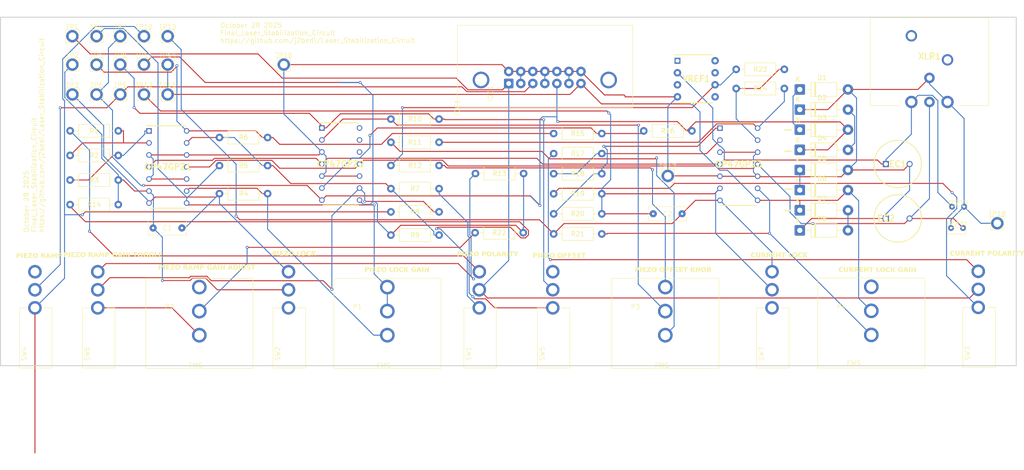
<source format=kicad_pcb>
(kicad_pcb (version 20241229) (generator "pcbnew") (generator_version "9.0")
  (layers (0 "F.Cu" signal) (2 "B.Cu" signal) (13 "F.Paste" user) (15 "B.Paste" user) (5 "F.SilkS" user "F.Silkscreen") (7 "B.SilkS" user "B.Silkscreen") (1 "F.Mask" user) (3 "B.Mask" user) (25 "Edge.Cuts" user))
  (net 0 "")
  (net 1 "Net-(OP47GPZ1B--)")
  (net 2 "Net-(SW2-C)")
  (net 3 "Net-(OP47GPZ3B--)")
  (net 4 "Net-(SW7-C)")
  (net 5 "Net-(D1-K)")
  (net 6 "GND")
  (net 7 "Net-(D2-A)")
  (net 8 "Net-(D3-A)")
  (net 9 "Net-(D5-K)")
  (net 10 "Net-(D6-A)")
  (net 11 "Net-(D7-A)")
  (net 12 "Net-(OP47GPZ1D--)")
  (net 13 "Net-(OP47GPZ1-Pad14)")
  (net 14 "+15V")
  (net 15 "Net-(OP47GPZ1C--)")
  (net 16 "Net-(OP47GPZ1A--)")
  (net 17 "Net-(OP47GPZ1-Pad1)")
  (net 18 "Net-(OP47GPZ1-Pad8)")
  (net 19 "-15V")
  (net 20 "Net-(OP47GPZ2C--)")
  (net 21 "Net-(SW5-B)")
  (net 22 "Net-(OP47GPZ2-Pad8)")
  (net 23 "Net-(OP47GPZ2A--)")
  (net 25 "Net-(OP47GPZ2B--)")
  (net 26 "Net-(OP47GPZ3A--)")
  (net 27 "Net-(OP47GPZ3C--)")
  (net 29 "Net-(P2-Pad2)")
  (net 30 "Net-(SW6-A)")
  (net 33 "Net-(SW1-C)")
  (net 34 "Net-(SW5-A)")
  (net 35 "Net-(SW4-A)")
  (net 36 "Net-(SW6-C)")
  (net 37 "Net-(SW1-A)")
  (net 38 "Net-(SW3-C)")
  (net 39 "Net-(SW3-A)")
  (net 40 "Net-(OP47GPZ3-Pad1)")
  (net 42 "Net-(SW1-B)")
  (net 43 "Net-(SW4-B)")
  (net 47 "Net-(P3-Pad1)")
  (net 48 "Net-(P3-Pad3)")
  (net 49 "Net-(VREF1-VOUT)")
  (net 55 "Net-(OP47GPZ3-Pad14)")
  (net 56 "Net-(OP47GPZ3D--)")
  (footprint "All_Footprints:R_Axial_DIN0207_L6.3mm_D2.5mm_P10.16mm_Horizontal" (layer "F.Cu") (at 47.42 88.1783)
    (property "Reference" "R2")
    (property "Value" "10k")
  )
  (footprint "All_Footprints:Potentiometer" (layer "F.Cu") (at 103.0325 114.13)
    (property "Reference" "P1")
    (property "Value" "50K")
  )
  (footprint "All_Footprints:R_Axial_DIN0207_L6.3mm_D2.5mm_P10.16mm_Horizontal" (layer "F.Cu") (at 149.42 87.7983)
    (property "Reference" "R17")
    (property "Value" "10k")
  )
  (footprint "All_Footprints:Small Capacitor" (layer "F.Cu") (at 234.5 103.5)
    (property "Reference" "SC2")
    (property "Value" "1nF")
  )
  (footprint "All_Footprints:AV2_Switch" (layer "F.Cu") (at 50 133.06 90)
    (property "Reference" "SW6")
    (property "Value" "SPDT Switch, P/N: 7101SD9AV2BE")
  )
  (footprint "All_Footprints:R_Axial_DIN0207_L6.3mm_D2.5mm_P10.16mm_Horizontal" (layer "F.Cu") (at 115.0875 85.4)
    (property "Reference" "R11")
    (property "Value" "10k")
  )
  (footprint "All_Footprints:TestPoint" (layer "F.Cu") (at 53 63)
    (property "Reference" "TP4")
    (property "Value" "~")
  )
  (footprint "All_Footprints:Potentiometer" (layer "F.Cu") (at 205.12 114.07)
    (property "Reference" "P4")
    (property "Value" "50K")
  )
  (footprint "All_Footprints:TestPoint" (layer "F.Cu") (at 68 63)
    (property "Reference" "TP13")
    (property "Value" "~")
  )
  (footprint "Diode_THT:D_DO-41_SOD81_P10.16mm_Horizontal" (layer "F.Cu") (at 201.34 78.5)
    (property "Reference" "D2")
    (property "Value" "1N5819")
  )
  (footprint "All_Footprints:TestPoint" (layer "F.Cu") (at 92.5 69)
    (property "Reference" "TP16")
    (property "Value" "~")
  )
  (footprint "All_Footprints:R_Axial_DIN0207_L6.3mm_D2.5mm_P10.16mm_Horizontal" (layer "F.Cu") (at 149.42 92.0383)
    (property "Reference" "R18")
    (property "Value" "10k")
  )
  (footprint "Diode_THT:D_DO-41_SOD81_P10.16mm_Horizontal" (layer "F.Cu") (at 201.34 87)
    (property "Reference" "D4")
    (property "Value" "1N47xxA")
  )
  (footprint "All_Footprints:R_Axial_DIN0207_L6.3mm_D2.5mm_P10.16mm_Horizontal" (layer "F.Cu") (at 187.92 70)
    (property "Reference" "R23")
    (property "Value" "10k")
  )
  (footprint "All_Footprints:REF02CPZ" (layer "F.Cu") (at 179.5 72)
    (property "Reference" "VREF1")
    (property "Value" "REF02 P/N: REF02CPZ" (hide yes))
  )
  (footprint "All_Footprints:TestPoint" (layer "F.Cu") (at 173.5 92.5)
    (property "Reference" "TP17")
    (property "Value" "~")
  )
  (footprint "All_Footprints:TestPoint" (layer "F.Cu") (at 63 63)
    (property "Reference" "TP10")
    (property "Value" "~")
  )
  (footprint "All_Footprints:R_Axial_DIN0207_L6.3mm_D2.5mm_P10.16mm_Horizontal" (layer "F.Cu") (at 132.92 92)
    (property "Reference" "R13")
    (property "Value" "10k")
  )
  (footprint "All_Footprints:OP470GPZ Amplifier" (layer "F.Cu") (at 188.47 90.04)
    (property "Reference" "OP47GPZ3")
    (property "Value" "~" (hide yes))
  )
  (footprint "All_Footprints:R_Axial_DIN0207_L6.3mm_D2.5mm_P10.16mm_Horizontal" (layer "F.Cu") (at 115.0875 90.3)
    (property "Reference" "R12")
    (property "Value" "10k")
  )
  (footprint "All_Footprints:R_Axial_DIN0207_L6.3mm_D2.5mm_P10.16mm_Horizontal" (layer "F.Cu") (at 149.42 83.5583)
    (property "Reference" "R15")
    (property "Value" "10k")
  )
  (footprint "Diode_THT:D_DO-41_SOD81_P10.16mm_Horizontal" (layer "F.Cu") (at 201.34 104)
    (property "Reference" "D8")
    (property "Value" "1N5819")
  )
  (footprint "Diode_THT:D_DO-41_SOD81_P10.16mm_Horizontal" (layer "F.Cu") (at 201.34 74.25)
    (property "Reference" "D1")
    (property "Value" "1N5819")
  )
  (footprint "All_Footprints:R_Axial_DIN0207_L6.3mm_D2.5mm_P10.16mm_Horizontal" (layer "F.Cu") (at 149.42 96.2783)
    (property "Reference" "R19")
    (property "Value" "10k")
  )
  (footprint "All_Footprints:AV2_Switch" (layer "F.Cu") (at 36.7475 133.06 90)
    (property "Reference" "SW4")
    (property "Value" "SPDT Switch, P/N: 7101SD9AV2BE")
  )
  (footprint "All_Footprints:R_Axial_DIN0207_L6.3mm_D2.5mm_P10.16mm_Horizontal" (layer "F.Cu") (at 149.42 100.5183)
    (property "Reference" "R20")
    (property "Value" "10k")
  )
  (footprint "All_Footprints:AV2_Switch" (layer "F.Cu") (at 130.48 133.06 90)
    (property "Reference" "SW1")
    (property "Value" "SPDT Switch, P/N: 7101SD9AV2BE")
  )
  (footprint "All_Footprints:TestPoint" (layer "F.Cu") (at 53 75.3)
    (property "Reference" "TP6")
    (property "Value" "~")
  )
  (footprint "All_Footprints:TestPoint" (layer "F.Cu") (at 47.9 69)
    (property "Reference" "TP2")
    (property "Value" "~")
  )
  (footprint "All_Footprints:TestPoint" (layer "F.Cu") (at 47.9 75.3)
    (property "Reference" "TP3")
    (property "Value" "~")
  )
  (footprint "All_Footprints:TestPoint" (layer "F.Cu") (at 243 102.5)
    (property "Reference" "TP18")
    (property "Value" "~")
  )
  (footprint "All_Footprints:R_Axial_DIN0207_L6.3mm_D2.5mm_P10.16mm_Horizontal" (layer "F.Cu") (at 132.84 104.5)
    (property "Reference" "R22")
    (property "Value" "10")
  )
  (footprint "All_Footprints:OP470GPZ Amplifier" (layer "F.Cu") (at 104.5 90)
    (property "Reference" "OP47GPZ2")
    (property "Value" "~" (hide yes))
  )
  (footprint "All_Footprints:R_Axial_DIN0207_L6.3mm_D2.5mm_P10.16mm_Horizontal" (layer "F.Cu") (at 47.42 82.985)
    (property "Reference" "R1")
    (property "Value" "10k")
  )
  (footprint "All_Footprints:TestPoint" (layer "F.Cu") (at 63 69)
    (property "Reference" "TP11")
    (property "Value" "~")
  )
  (footprint "All_Footprints:TestPoint" (layer "F.Cu") (at 58 69)
    (property "Reference" "TP8")
    (property "Value" "~")
  )
  (footprint "All_Footprints:Potentiometer" (layer "F.Cu") (at 63.3725 114.13)
    (property "Reference" "P2")
    (property "Value" "50K")
  )
  (footprint "All_Footprints:R_Axial_DIN0207_L6.3mm_D2.5mm_P10.16mm_Horizontal" (layer "F.Cu") (at 78.92 90.325)
    (property "Reference" "R5")
    (property "Value" "10k")
  )
  (footprint "All_Footprints:TestPoint" (layer "F.Cu") (at 53 69)
    (property "Reference" "TP5")
    (property "Value" "~")
  )
  (footprint "All_Footprints:ELECTROLYTIC CAPACITOR - EEU-EB1C102" (layer "F.Cu") (at 219.5 90)
    (property "Reference" "EC1")
    (property "Value" "EEU-EB1C102" (hide yes))
  )
  (footprint "All_Footprints:R_Axial_DIN0207_L6.3mm_D2.5mm_P10.16mm_Horizontal" (layer "F.Cu") (at 115.0875 80.5)
    (property "Reference" "R10")
    (property "Value" "10k")
  )
  (footprint "All_Footprints:TestPoint" (layer "F.Cu") (at 68 69)
    (property "Reference" "TP14")
    (property "Value" "~")
  )
  (footprint "Diode_THT:D_DO-41_SOD81_P10.16mm_Horizontal" (layer "F.Cu") (at 201.34 99.75)
    (property "Reference" "D7")
    (property "Value" "1N47xxA")
  )
  (footprint "All_Footprints:R_Axial_DIN0207_L6.3mm_D2.5mm_P10.16mm_Horizontal" (layer "F.Cu") (at 149.42 104.7583)
    (property "Reference" "R21")
    (property "Value" "10k")
  )
  (footprint "All_Footprints:OP470GPZ Amplifier" (layer "F.Cu") (at 68.03 90.62)
    (property "Reference" "OP47GPZ1")
    (property "Value" "~" (hide yes))
  )
  (footprint "All_Footprints:TestPoint" (layer "F.Cu") (at 58 75.3)
    (property "Reference" "TP9")
    (property "Value" "~")
  )
  (footprint "Diode_THT:D_DO-41_SOD81_P10.16mm_Horizontal" (layer "F.Cu") (at 201.34 95.5)
    (property "Reference" "D6")
    (property "Value" "1N47xxA")
  )
  (footprint "All_Footprints:R_Axial_DIN0207_L6.3mm_D2.5mm_P10.16mm_Horizontal" (layer "F.Cu") (at 115.0875 95.2)
    (property "Reference" "R7")
    (property "Value" "10k")
  )
  (footprint "All_Footprints:R_Axial_DIN0207_L6.3mm_D2.5mm_P10.16mm_Horizontal" (layer "F.Cu") (at 115.0875 105)
    (property "Reference" "R9")
    (property "Value" "10k")
  )
  (footprint "All_Footprints:CAPACITOR - 399-4209-ND" (layer "F.Cu") (at 68 103.5)
    (property "Reference" "C1")
    (property "Value" "1uF")
  )
  (footprint "All_Footprints:AV2_Switch" (layer "F.Cu") (at 192.2275 133.06 90)
    (property "Reference" "SW7")
    (property "Value" "SPDT Switch, P/N: 7101SD9AV2BE")
  )
  (footprint "All_Footprints:AV2_Switch" (layer "F.Cu") (at 90.2325 133.06 90)
    (property "Reference" "SW2")
    (property "Value" "SPDT Switch, P/N: 7101SD9AV2BE")
  )
  (footprint "All_Footprints:TestPoint" (layer "F.Cu") (at 47.9 63)
    (property "Reference" "TP1")
    (property "Value" "~")
  )
  (footprint "All_Footprints:R_Axial_DIN0207_L6.3mm_D2.5mm_P10.16mm_Horizontal" (layer "F.Cu") (at 187.92 74.05)
    (property "Reference" "R24")
    (property "Value" "10k")
  )
  (footprint "All_Footprints:TestPoint" (layer "F.Cu") (at 63 75.3)
    (property "Reference" "TP12")
    (property "Value" "~")
  )
  (footprint "All_Footprints:CAPACITOR - 399-4209-ND" (layer "F.Cu") (at 173.5 100.5)
    (property "Reference" "C2")
    (property "Value" "0.1nF")
  )
  (footprint "All_Footprints:R_Axial_DIN0207_L6.3mm_D2.5mm_P10.16mm_Horizontal" (layer "F.Cu") (at 47.42 98.565)
    (property "Reference" "R14")
    (property "Value" "10k")
  )
  (footprint "All_Footprints:Male IDC Connector" (layer "F.Cu") (at 129.1 78.1 90)
    (property "Reference" "IDC1")
    (property "Value" "Male 14 Position IDC Connector Digikey P/N: 609-5970-ND" (hide yes))
  )
  (footprint "All_Footprints:R_Axial_DIN0207_L6.3mm_D2.5mm_P10.16mm_Horizontal" (layer "F.Cu") (at 115.0875 100.1)
    (property "Reference" "R8")
    (property "Value" "10k")
  )
  (footprint "All_Footprints:AV2_Switch" (layer "F.Cu") (at 145.98 133.06 90)
    (property "Reference" "SW5")
    (property "Value" "SPDT Switch, P/N: 7101SD9AV2BE")
  )
  (footprint "All_Footprints:TestPoint" (layer "F.Cu") (at 68 75.3)
    (property "Reference" "TP15")
    (property "Value" "~")
  )
  (footprint "All_Footprints:R_Axial_DIN0207_L6.3mm_D2.5mm_P10.16mm_Horizontal" (layer "F.Cu") (at 168.42 83)
    (property "Reference" "R16")
    (property "Value" "10k")
  )
  (footprint "Diode_THT:D_DO-41_SOD81_P10.16mm_Horizontal" (layer "F.Cu") (at 201.34 91.25)
    (property "Reference" "D5")
    (property "Value" "1N5819")
  )
  (footprint "All_Footprints:Small Capacitor" (layer "F.Cu") (at 234.73 99)
    (property "Reference" "SC1")
    (property "Value" "1nF")
  )
  (footprint "Diode_THT:D_DO-41_SOD81_P10.16mm_Horizontal" (layer "F.Cu") (at 201.34 82.75)
    (property "Reference" "D3")
    (property "Value" "1N47xxA")
  )
  (footprint "All_Footprints:R_Axial_DIN0207_L6.3mm_D2.5mm_P10.16mm_Horizontal" (layer "F.Cu") (at 78.92 96.25)
    (property "Reference" "R4")
    (property "Value" "10k")
  )
  (footprint "All_Footprints:Potentiometer" (layer "F.Cu") (at 161.6725 114.13)
    (property "Reference" "P3")
    (property "Value" "50K")
  )
  (footprint "All_Footprints:NC3MBH_XLR" (layer "F.Cu") (at 232.5 76.89)
    (property "Reference" "XLR1")
    (property "Value" "XLR P/N: NC3MBH" (hide yes))
  )
  (footprint "All_Footprints:R_Axial_DIN0207_L6.3mm_D2.5mm_P10.16mm_Horizontal" (layer "F.Cu") (at 78.92 84.4)
    (property "Reference" "R6")
    (property "Value" "10k")
  )
  (footprint "All_Footprints:R_Axial_DIN0207_L6.3mm_D2.5mm_P10.16mm_Horizontal" (layer "F.Cu") (at 47.42 93.3717)
    (property "Reference" "R3")
    (property "Value" "10k")
  )
  (footprint "All_Footprints:ELECTROLYTIC CAPACITOR - EEU-EB1C102" (layer "F.Cu") (at 219.5 101.5)
    (property "Reference" "EC2")
    (property "Value" "EEU-EB1C102" (hide yes))
  )
  (footprint "All_Footprints:AV2_Switch" (layer "F.Cu") (at 235.7275 132.97 90)
    (property "Reference" "SW3")
    (property "Value" "SPDT Switch, P/N: 7101SD9AV2BE")
  )
  (footprint "All_Footprints:TestPoint" (layer "F.Cu") (at 58 63)
    (property "Reference" "TP7")
    (property "Value" "~")
  )
  (gr_line (start 40 120.5) (end 40 151) (stroke (width 0.2)) (layer "F.Cu") (net 35))
  (gr_rect (start 32.73 59) (end 247 132.58) (stroke (width 0.2)) (fill no) (layer "Edge.Cuts"))
  (gr_text "CURRENT LOCK\n\n\n\n" (at 190.98 114.9 0) (layer "F.SilkS") (effects (font (size 1 1) (thickness 0.25) (bold yes)) (justify left bottom)))
  (gr_text "PIEZO LOCK\n\n\n" (at 89.98 112.9 0) (layer "F.SilkS") (effects (font (size 1 1) (thickness 0.25) (bold yes)) (justify left bottom)))
  (gr_text "PIEZO LOCK GAIN\n\n\n\n" (at 109.5 118 0) (layer "F.SilkS") (effects (font (size 1 1) (thickness 0.25) (bold yes)) (justify left bottom)))
  (gr_text "CURRENT LOCK GAIN\n\n\n\n" (at 209.5 118 0) (layer "F.SilkS") (effects (font (size 1 1) (thickness 0.25) (bold yes)) (justify left bottom)))
  (gr_text "PIEZO POLARITY\n\n\n" (at 129 113 0) (layer "F.SilkS") (effects (font (size 1 1) (thickness 0.25) (bold yes)) (justify left bottom)))
  (gr_text "PIEZO OFFSET KNOB\n\n\n\n" (at 166.5 118 0) (layer "F.SilkS") (effects (font (size 1 1) (thickness 0.25) (bold yes)) (justify left bottom)))
  (gr_text "October 28 2025\nFinal_Laser_Stabilization_Circuit \nhttps://github.com/j2bedi/Laser_Stabilization_Circuit\n" (at 42 104.5 90) (layer "F.SilkS") (effects (font (size 1 1) (thickness 0.125) (bold yes)) (justify left bottom)))
  (gr_text "PIEZO RAMP GAIN TOGGLE\n\n" (at 46 111.5 0) (layer "F.SilkS") (effects (font (size 1 1) (thickness 0.25) (bold yes)) (justify left bottom)))
  (gr_text "zener\n" (at 198 95.5 0) (layer "F.SilkS") (effects (font (size 0.4 0.4) (thickness 0.1)) (justify left bottom)))
  (gr_text "zener\n" (at 198 87.5 0) (layer "F.SilkS") (effects (font (size 0.4 0.4) (thickness 0.1)) (justify left bottom)))
  (gr_text "October 28 2025\nFinal_Laser_Stabilization_Circuit \nhttps://github.com/j2bedi/Laser_Stabilization_Circuit\n" (at 79 64.5 0) (layer "F.SilkS") (effects (font (size 1 1) (thickness 0.125) (bold yes)) (justify left bottom)))
  (gr_text "zener\n" (at 198 100 0) (layer "F.SilkS") (effects (font (size 0.4 0.4) (thickness 0.1)) (justify left bottom)))
  (gr_text "CURRENT POLARITY" (at 233 109.5 0) (layer "F.SilkS") (effects (font (size 1 1) (thickness 0.25) (bold yes)) (justify left bottom)))
  (gr_text "PIEZO RAMP\n" (at 36 110 0) (layer "F.SilkS") (effects (font (size 1 1) (thickness 0.25) (bold yes)) (justify left bottom)))
  (gr_text "zener\n" (at 198 83 0) (layer "F.SilkS") (effects (font (size 0.4 0.4) (thickness 0.1)) (justify left bottom)))
  (gr_text "PIEZO OFFSET\n\n\n\n" (at 145 115 0) (layer "F.SilkS") (effects (font (size 1 1) (thickness 0.25) (bold yes)) (justify left bottom)))
  (gr_text "PIEZO RAMP GAIN ADJUST\n\n\n\n" (at 66 117.5 0) (layer "F.SilkS") (effects (font (size 1 1) (thickness 0.25) (bold yes)) (justify left bottom)))
  (segment (start 58.6817 93.3717) (end 61.01 95.7) (width 0.2) (layer "F.Cu") (net 1))
  (segment (start 78.4605 116.55) (end 76.0225 114.112) (width 0.2) (layer "F.Cu") (net 1))
  (segment (start 76.0225 114.112) (end 73.2325 114.112) (width 0.2) (layer "F.Cu") (net 1))
  (segment (start 73.2325 114.112) (end 72.7521 114.5924) (width 0.2) (layer "F.Cu") (net 1))
  (segment (start 61.01 95.7) (end 64.06 95.7) (width 0.2) (layer "F.Cu") (net 1))
  (segment (start 72.7521 114.5924) (end 66.8862 114.5924) (width 0.2) (layer "F.Cu") (net 1))
  (segment (start 93.485 116.55) (end 78.4605 116.55) (width 0.2) (layer "F.Cu") (net 1))
  (segment (start 57.58 93.3717) (end 58.6817 93.3717) (width 0.2) (layer "F.Cu") (net 1))
  (via (at 66.8862 114.5924) (size 0.6) (drill 0.3) (layers "F.Cu" "B.Cu") (net 1))
  (segment (start 46.2963 70.6037) (end 46.2963 75.9614) (width 0.2) (layer "B.Cu") (net 1))
  (segment (start 64.9906 96.6306) (end 64.9906 103.4294) (width 0.2) (layer "B.Cu") (net 1))
  (segment (start 54.0953 88.7853) (end 57.58 92.27) (width 0.2) (layer "B.Cu") (net 1))
  (segment (start 66.8862 114.5924) (end 66.8862 105.4662) (width 0.2) (layer "B.Cu") (net 1))
  (segment (start 57.58 98.565) (end 57.58 93.3717) (width 0.2) (layer "B.Cu") (net 1))
  (segment (start 57.58 93.3717) (end 57.58 92.27) (width 0.2) (layer "B.Cu") (net 1))
  (segment (start 46.2963 75.9614) (end 54.0953 83.7604) (width 0.2) (layer "B.Cu") (net 1))
  (segment (start 64.06 95.7) (end 64.9906 96.6306) (width 0.2) (layer "B.Cu") (net 1))
  (segment (start 66.8862 105.4662) (end 64.92 103.5) (width 0.2) (layer "B.Cu") (net 1))
  (segment (start 54.0953 83.7604) (end 54.0953 88.7853) (width 0.2) (layer "B.Cu") (net 1))
  (segment (start 64.9906 103.4294) (end 64.92 103.5) (width 0.2) (layer "B.Cu") (net 1))
  (segment (start 47.9 69) (end 46.2963 70.6037) (width 0.2) (layer "B.Cu") (net 1))
  (segment (start 65.33 96.97) (end 78.2 96.97) (width 0.2) (layer "F.Cu") (net 2))
  (segment (start 78.2 96.97) (end 78.92 96.25) (width 0.2) (layer "F.Cu") (net 2))
  (segment (start 64.06 98.24) (end 65.33 96.97) (width 0.2) (layer "F.Cu") (net 2))
  (segment (start 71 103.5) (end 71.67 103.5) (width 0.2) (layer "B.Cu") (net 2))
  (segment (start 64.06 97.8965) (end 54.497 88.3335) (width 0.2) (layer "B.Cu") (net 2))
  (segment (start 64.06 98.24) (end 64.06 97.8965) (width 0.2) (layer "B.Cu") (net 2))
  (segment (start 93.3477 112.74) (end 93.485 112.74) (width 0.2) (layer "B.Cu") (net 2))
  (segment (start 78.92 96.25) (end 78.92 98.3123) (width 0.2) (layer "B.Cu") (net 2))
  (segment (start 78.92 98.3123) (end 93.3477 112.74) (width 0.2) (layer "B.Cu") (net 2))
  (segment (start 71.67 103.5) (end 78.92 96.25) (width 0.2) (layer "B.Cu") (net 2))
  (segment (start 54.497 88.3335) (end 54.497 81.897) (width 0.2) (layer "B.Cu") (net 2))
  (segment (start 54.497 81.897) (end 47.9 75.3) (width 0.2) (layer "B.Cu") (net 2))
  (segment (start 170.42 100.5) (end 160.7 100.5) (width 0.2) (layer "F.Cu") (net 3))
  (segment (start 159.58 100.5183) (end 160.6817 100.5183) (width 0.2) (layer "F.Cu") (net 3))
  (segment (start 159.58 96.2783) (end 183.3417 96.2783) (width 0.2) (layer "F.Cu") (net 3))
  (segment (start 160.6262 78.7998) (end 161.0516 79.2252) (width 0.2) (layer "F.Cu") (net 3))
  (segment (start 63 75.3) (end 66.4998 78.7998) (width 0.2) (layer "F.Cu") (net 3))
  (segment (start 160.6262 78.7998) (end 161.0516 79.2252) (width 0.2) (layer "F.Cu") (net 3))
  (segment (start 160.7 100.5) (end 160.6817 100.5183) (width 0.2) (layer "F.Cu") (net 3))
  (segment (start 161.0516 79.2252) (end 160.6262 78.7998) (width 0.2) (layer "F.Cu") (net 3))
  (segment (start 66.4998 78.7998) (end 160.6262 78.7998) (width 0.2) (layer "F.Cu") (net 3))
  (segment (start 183.3417 96.2783) (end 184.5 95.12) (width 0.2) (layer "F.Cu") (net 3))
  (via (at 161.0516 79.2252) (size 0.6) (drill 0.3) (layers "F.Cu" "B.Cu") (net 3))
  (segment (start 159.58 96.2783) (end 159.58 100.5183) (width 0.2) (layer "B.Cu") (net 3))
  (segment (start 159.58 96.2783) (end 159.58 95.1766) (width 0.2) (layer "B.Cu") (net 3))
  (segment (start 161.4404 93.3162) (end 159.58 95.1766) (width 0.2) (layer "B.Cu") (net 3))
  (segment (start 161.0516 79.2252) (end 160.6262 78.7998) (width 0.2) (layer "B.Cu") (net 3))
  (segment (start 161.4404 79.614) (end 161.4404 93.3162) (width 0.2) (layer "B.Cu") (net 3))
  (segment (start 183.5892 96.0308) (end 183.5892 104.6592) (width 0.2) (layer "B.Cu") (net 3))
  (segment (start 184.5 95.12) (end 183.5892 96.0308) (width 0.2) (layer "B.Cu") (net 3))
  (segment (start 161.0516 79.2252) (end 161.4404 79.614) (width 0.2) (layer "B.Cu") (net 3))
  (segment (start 183.5892 104.6592) (end 195.48 116.55) (width 0.2) (layer "B.Cu") (net 3))
  (segment (start 160.6262 78.7998) (end 161.0516 79.2252) (width 0.2) (layer "B.Cu") (net 3))
  (segment (start 149.42 104.7583) (end 146.44 101.7783) (width 0.2) (layer "F.Cu") (net 4))
  (segment (start 83.2368 101.7783) (end 82.442 100.9835) (width 0.2) (layer "F.Cu") (net 4))
  (segment (start 184.5 97.66) (end 179.34 97.66) (width 0.2) (layer "F.Cu") (net 4))
  (segment (start 149.42 104.7583) (end 151.6084 102.5699) (width 0.2) (layer "F.Cu") (net 4))
  (segment (start 151.6084 102.5699) (end 174.4301 102.5699) (width 0.2) (layer "F.Cu") (net 4))
  (segment (start 146.44 101.7783) (end 83.2368 101.7783) (width 0.2) (layer "F.Cu") (net 4))
  (segment (start 174.4301 102.5699) (end 176.5 100.5) (width 0.2) (layer "F.Cu") (net 4))
  (segment (start 179.34 97.66) (end 176.5 100.5) (width 0.2) (layer "F.Cu") (net 4))
  (via (at 82.442 100.9835) (size 0.6) (drill 0.3) (layers "F.Cu" "B.Cu") (net 4))
  (segment (start 70.858 65.858) (end 68 63) (width 0.2) (layer "B.Cu") (net 4))
  (segment (start 82.442 90.0288) (end 70.8581 78.4449) (width 0.2) (layer "B.Cu") (net 4))
  (segment (start 195.48 108.64) (end 195.48 112.74) (width 0.2) (layer "B.Cu") (net 4))
  (segment (start 82.442 100.9835) (end 82.442 90.0288) (width 0.2) (layer "B.Cu") (net 4))
  (segment (start 70.8581 78.4449) (end 70.8581 65.858) (width 0.2) (layer "B.Cu") (net 4))
  (segment (start 70.8581 65.858) (end 70.858 65.858) (width 0.2) (layer "B.Cu") (net 4))
  (segment (start 184.5 97.66) (end 195.48 108.64) (width 0.2) (layer "B.Cu") (net 4))
  (segment (start 199.9226 81.3326) (end 199.9226 75.6674) (width 0.2) (layer "B.Cu") (net 5))
  (segment (start 199.9226 75.6674) (end 201.34 74.25) (width 0.2) (layer "B.Cu") (net 5))
  (segment (start 201.34 82.75) (end 199.9226 81.3326) (width 0.2) (layer "B.Cu") (net 5))
  (segment (start 203.84 101.5) (end 219.5 101.5) (width 0.2) (layer "F.Cu") (net 6))
  (segment (start 72 88.08) (end 99.91 88.08) (width 0.2) (layer "F.Cu") (net 6))
  (segment (start 142.48 70.45) (end 139.94 70.45) (width 0.2) (layer "F.Cu") (net 6))
  (segment (start 72 93.16) (end 64.06 93.16) (width 0.2) (layer "F.Cu") (net 6))
  (segment (start 192.5394 92.6794) (end 210.0706 92.6794) (width 0.2) (layer "F.Cu") (net 6))
  (segment (start 207.25 78.5) (end 211.5 74.25) (width 0.2) (layer "F.Cu") (net 6))
  (segment (start 164.5072 75.6437) (end 164.2718 75.4083) (width 0.2) (layer "F.Cu") (net 6))
  (segment (start 64.06 88.08) (end 72 88.08) (width 0.2) (layer "F.Cu") (net 6))
  (segment (start 147.56 70.45) (end 150.1 70.45) (width 0.2) (layer "F.Cu") (net 6))
  (segment (start 164.2718 75.4083) (end 160.2077 75.4083) (width 0.2) (layer "F.Cu") (net 6))
  (segment (start 201.34 78.5) (end 207.25 78.5) (width 0.2) (layer "F.Cu") (net 6))
  (segment (start 223.25 91.25) (end 211.5 91.25) (width 0.2) (layer "F.Cu") (net 6))
  (segment (start 211.5 74.25) (end 226.25 74.25) (width 0.2) (layer "F.Cu") (net 6))
  (segment (start 99.91 88.08) (end 100.53 87.46) (width 0.2) (layer "F.Cu") (net 6))
  (segment (start 192.44 92.58) (end 192.5394 92.6794) (width 0.2) (layer "F.Cu") (net 6))
  (segment (start 160.173 75.443) (end 155.18 70.45) (width 0.2) (layer "F.Cu") (net 6))
  (segment (start 224.5 90) (end 223.25 91.25) (width 0.2) (layer "F.Cu") (net 6))
  (segment (start 146.29 70.45) (end 142.48 70.45) (width 0.2) (layer "F.Cu") (net 6))
  (segment (start 184.42 92.5) (end 184.5 92.58) (width 0.2) (layer "F.Cu") (net 6))
  (segment (start 173.5 92.5) (end 184.42 92.5) (width 0.2) (layer "F.Cu") (net 6))
  (segment (start 192.44 92.58) (end 184.5 92.58) (width 0.2) (layer "F.Cu") (net 6))
  (segment (start 164.5072 75.81) (end 164.5072 75.6437) (width 0.2) (layer "F.Cu") (net 6))
  (segment (start 145.02 70.45) (end 146.29 70.45) (width 0.2) (layer "F.Cu") (net 6))
  (segment (start 226.25 74.25) (end 228.69 71.81) (width 0.2) (layer "F.Cu") (net 6))
  (segment (start 160.2077 75.4083) (end 160.173 75.443) (width 0.2) (layer "F.Cu") (net 6))
  (segment (start 184.5 87.5) (end 192.44 87.5) (width 0.2) (layer "F.Cu") (net 6))
  (segment (start 201.34 104) (end 203.84 101.5) (width 0.2) (layer "F.Cu") (net 6))
  (segment (start 210.0706 92.6794) (end 211.5 91.25) (width 0.2) (layer "F.Cu") (net 6))
  (segment (start 138.49 69) (end 139.94 70.45) (width 0.2) (layer "F.Cu") (net 6))
  (segment (start 152.64 70.45) (end 150.1 70.45) (width 0.2) (layer "F.Cu") (net 6))
  (segment (start 155.18 70.45) (end 152.64 70.45) (width 0.2) (layer "F.Cu") (net 6))
  (segment (start 146.29 70.45) (end 147.56 70.45) (width 0.2) (layer "F.Cu") (net 6))
  (segment (start 92.5 69) (end 138.49 69) (width 0.2) (layer "F.Cu") (net 6))
  (segment (start 175.53 75.81) (end 164.5072 75.81) (width 0.2) (layer "F.Cu") (net 6))
  (segment (start 108.47 92.54) (end 100.53 92.54) (width 0.2) (layer "F.Cu") (net 6))
  (segment (start 219.5 101.5) (end 219.5 100.5608) (width 0.2) (layer "B.Cu") (net 6))
  (segment (start 211.5 91.25) (end 213.3086 89.4414) (width 0.2) (layer "B.Cu") (net 6))
  (segment (start 239.5 102.5) (end 236 99) (width 0.2) (layer "B.Cu") (net 6))
  (segment (start 233.23 103.5) (end 233.23 101.77) (width 0.2) (layer "B.Cu") (net 6))
  (segment (start 100.53 92.54) (end 101.4118 91.6582) (width 0.2) (layer "B.Cu") (net 6))
  (segment (start 232.5 76.89) (end 228.69 73.08) (width 0.2) (layer "B.Cu") (net 6))
  (segment (start 243 102.5) (end 239.5 102.5) (width 0.2) (layer "B.Cu") (net 6))
  (segment (start 228.69 73.08) (end 228.69 71.81) (width 0.2) (layer "B.Cu") (net 6))
  (segment (start 192.44 92.58) (end 191.5582 91.6982) (width 0.2) (layer "B.Cu") (net 6))
  (segment (start 101.4118 91.6582) (end 101.4118 88.3418) (width 0.2) (layer "B.Cu") (net 6))
  (segment (start 92.5 69) (end 92.5 79.43) (width 0.2) (layer "B.Cu") (net 6))
  (segment (start 236 80.39) (end 232.5 76.89) (width 0.2) (layer "B.Cu") (net 6))
  (segment (start 213.3086 89.4414) (end 213.3086 76.0586) (width 0.2) (layer "B.Cu") (net 6))
  (segment (start 219.5 100.5608) (end 224.5 95.5608) (width 0.2) (layer "B.Cu") (net 6))
  (segment (start 175.53 75.81) (end 173.5 77.84) (width 0.2) (layer "B.Cu") (net 6))
  (segment (start 191.5582 88.3818) (end 192.44 87.5) (width 0.2) (layer "B.Cu") (net 6))
  (segment (start 191.5582 91.6982) (end 191.5582 88.3818) (width 0.2) (layer "B.Cu") (net 6))
  (segment (start 224.5 95.5608) (end 224.5 90) (width 0.2) (layer "B.Cu") (net 6))
  (segment (start 92.5 79.43) (end 100.53 87.46) (width 0.2) (layer "B.Cu") (net 6))
  (segment (start 213.3086 76.0586) (end 211.5 74.25) (width 0.2) (layer "B.Cu") (net 6))
  (segment (start 173.5 77.84) (end 173.5 92.5) (width 0.2) (layer "B.Cu") (net 6))
  (segment (start 64.9578 88.9778) (end 64.9578 92.2622) (width 0.2) (layer "B.Cu") (net 6))
  (segment (start 152.64 72.99) (end 152.64 70.45) (width 0.2) (layer "B.Cu") (net 6))
  (segment (start 142.48 72.99) (end 142.48 70.45) (width 0.2) (layer "B.Cu") (net 6))
  (segment (start 236 99) (end 236 80.39) (width 0.2) (layer "B.Cu") (net 6))
  (segment (start 101.4118 88.3418) (end 100.53 87.46) (width 0.2) (layer "B.Cu") (net 6))
  (segment (start 147.56 72.99) (end 147.56 70.45) (width 0.2) (layer "B.Cu") (net 6))
  (segment (start 64.06 88.08) (end 64.9578 88.9778) (width 0.2) (layer "B.Cu") (net 6))
  (segment (start 233.23 101.77) (end 236 99) (width 0.2) (layer "B.Cu") (net 6))
  (segment (start 64.9578 92.2622) (end 64.06 93.16) (width 0.2) (layer "B.Cu") (net 6))
  (segment (start 212.9069 79.9069) (end 212.9069 85.5931) (width 0.2) (layer "B.Cu") (net 7))
  (segment (start 212.9069 85.5931) (end 211.5 87) (width 0.2) (layer "B.Cu") (net 7))
  (segment (start 211.5 78.5) (end 212.9069 79.9069) (width 0.2) (layer "B.Cu") (net 7))
  (segment (start 101.423 96.727) (end 100.53 97.62) (width 0.2) (layer "F.Cu") (net 8))
  (segment (start 62.9095 94.5247) (end 97.4347 94.5247) (width 0.2) (layer "F.Cu") (net 8))
  (segment (start 178.58 83) (end 177.4783 83) (width 0.2) (layer "F.Cu") (net 8))
  (segment (start 211.5 82.75) (end 209.8468 81.0968) (width 0.2) (layer "F.Cu") (net 8))
  (segment (start 97.4347 94.5247) (end 100.53 97.62) (width 0.2) (layer "F.Cu") (net 8))
  (segment (start 207.25 87) (end 201.34 87) (width 0.2) (layer "F.Cu") (net 8))
  (segment (start 150.1 81.034) (end 150.2926 81.034) (width 0.2) (layer "F.Cu") (net 8))
  (segment (start 211.5 82.75) (end 207.25 87) (width 0.2) (layer "F.Cu") (net 8))
  (segment (start 150.2926 81.034) (end 175.5123 81.034) (width 0.2) (layer "F.Cu") (net 8))
  (segment (start 146.5191 98.7412) (end 144.5049 96.727) (width 0.2) (layer "F.Cu") (net 8))
  (segment (start 146.5191 98.7412) (end 144.5049 96.727) (width 0.2) (layer "F.Cu") (net 8))
  (segment (start 150.2926 81.034) (end 150.1 81.034) (width 0.2) (layer "F.Cu") (net 8))
  (segment (start 144.5049 96.727) (end 146.5191 98.7412) (width 0.2) (layer "F.Cu") (net 8))
  (segment (start 179.3815 81.0968) (end 177.4783 83) (width 0.2) (layer "F.Cu") (net 8))
  (segment (start 175.5123 81.034) (end 177.4783 83) (width 0.2) (layer "F.Cu") (net 8))
  (segment (start 209.8468 81.0968) (end 179.3815 81.0968) (width 0.2) (layer "F.Cu") (net 8))
  (segment (start 144.5049 96.727) (end 101.423 96.727) (width 0.2) (layer "F.Cu") (net 8))
  (via (at 146.5191 98.7412) (size 0.6) (drill 0.3) (layers "F.Cu" "B.Cu") (net 8))
  (via (at 62.9095 94.5247) (size 0.6) (drill 0.3) (layers "F.Cu" "B.Cu") (net 8))
  (via (at 150.2926 81.034) (size 0.6) (drill 0.3) (layers "F.Cu" "B.Cu") (net 8))
  (segment (start 150.1 81.034) (end 150.2926 81.034) (width 0.2) (layer "B.Cu") (net 8))
  (segment (start 150.1 72.99) (end 150.1 80.0135) (width 0.2) (layer "B.Cu") (net 8))
  (segment (start 62.3442 94.5247) (end 62.9095 94.5247) (width 0.2) (layer "B.Cu") (net 8))
  (segment (start 55.5001 65.4999) (end 55.5001 72.7999) (width 0.2) (layer "B.Cu") (net 8))
  (segment (start 150.1 80.0135) (end 150.1 80.8414) (width 0.2) (layer "B.Cu") (net 8))
  (segment (start 150.2926 81.034) (end 150.1 81.034) (width 0.2) (layer "B.Cu") (net 8))
  (segment (start 147.0646 80.0135) (end 146.5191 80.559) (width 0.2) (layer "B.Cu") (net 8))
  (segment (start 146.5191 98.7412) (end 144.5049 96.727) (width 0.2) (layer "B.Cu") (net 8))
  (segment (start 58 63) (end 55.5001 65.4999) (width 0.2) (layer "B.Cu") (net 8))
  (segment (start 56.3659 88.5464) (end 62.3442 94.5247) (width 0.2) (layer "B.Cu") (net 8))
  (segment (start 144.5049 96.727) (end 146.5191 98.7412) (width 0.2) (layer "B.Cu") (net 8))
  (segment (start 53 75.3) (end 56.3659 78.6659) (width 0.2) (layer "B.Cu") (net 8))
  (segment (start 150.1 80.8414) (end 150.2926 81.034) (width 0.2) (layer "B.Cu") (net 8))
  (segment (start 150.1 80.0135) (end 147.0646 80.0135) (width 0.2) (layer "B.Cu") (net 8))
  (segment (start 55.5001 72.7999) (end 53 75.3) (width 0.2) (layer "B.Cu") (net 8))
  (segment (start 146.5191 80.559) (end 146.5191 98.7412) (width 0.2) (layer "B.Cu") (net 8))
  (segment (start 56.3659 78.6659) (end 56.3659 88.5464) (width 0.2) (layer "B.Cu") (net 8))
  (segment (start 201.34 91.25) (end 201.34 95.5) (width 0.2) (layer "B.Cu") (net 9))
  (segment (start 159.485 77.295) (end 155.18 72.99) (width 0.2) (layer "F.Cu") (net 10))
  (segment (start 152.87 75.3) (end 155.18 72.99) (width 0.2) (layer "F.Cu") (net 10))
  (segment (start 209.34 97.66) (end 211.5 95.5) (width 0.2) (layer "F.Cu") (net 10))
  (segment (start 68 75.3) (end 152.87 75.3) (width 0.2) (layer "F.Cu") (net 10))
  (segment (start 201.34 97.66) (end 201.34 99.75) (width 0.2) (layer "F.Cu") (net 10))
  (segment (start 178.5742 77.295) (end 159.485 77.295) (width 0.2) (layer "F.Cu") (net 10))
  (segment (start 201.34 97.66) (end 209.34 97.66) (width 0.2) (layer "F.Cu") (net 10))
  (segment (start 192.44 97.66) (end 201.34 97.66) (width 0.2) (layer "F.Cu") (net 10))
  (via (at 178.5742 77.295) (size 0.6) (drill 0.3) (layers "F.Cu" "B.Cu") (net 10))
  (segment (start 184.4689 91.31) (end 180.294 87.1351) (width 0.2) (layer "B.Cu") (net 10))
  (segment (start 192.44 97.66) (end 186.09 91.31) (width 0.2) (layer "B.Cu") (net 10))
  (segment (start 211.5 95.5) (end 213.7512 97.7512) (width 0.2) (layer "B.Cu") (net 10))
  (segment (start 180.294 87.1351) (end 180.294 79.0148) (width 0.2) (layer "B.Cu") (net 10))
  (segment (start 213.7512 97.7512) (end 213.7512 118.3312) (width 0.2) (layer "B.Cu") (net 10))
  (segment (start 180.294 79.0148) (end 178.5742 77.295) (width 0.2) (layer "B.Cu") (net 10))
  (segment (start 213.7512 118.3312) (end 216.42 121) (width 0.2) (layer "B.Cu") (net 10))
  (segment (start 68 69) (end 68 75.3) (width 0.2) (layer "B.Cu") (net 10))
  (segment (start 186.09 91.31) (end 184.4689 91.31) (width 0.2) (layer "B.Cu") (net 10))
  (segment (start 211.5 99.75) (end 211.5 104) (width 0.2) (layer "B.Cu") (net 11))
  (segment (start 114.0105 94.123) (end 93.9797 94.123) (width 0.2) (layer "F.Cu") (net 12))
  (segment (start 73.14 84.4) (end 72 85.54) (width 0.2) (layer "F.Cu") (net 12))
  (segment (start 115.0875 95.2) (end 114.0105 94.123) (width 0.2) (layer "F.Cu") (net 12))
  (segment (start 78.92 84.4) (end 73.14 84.4) (width 0.2) (layer "F.Cu") (net 12))
  (segment (start 89.08 90.325) (end 90.1817 90.325) (width 0.2) (layer "F.Cu") (net 12))
  (segment (start 93.9797 94.123) (end 90.1817 90.325) (width 0.2) (layer "F.Cu") (net 12))
  (segment (start 87.9783 90.325) (end 82.0533 84.4) (width 0.2) (layer "B.Cu") (net 12))
  (segment (start 125.2475 105) (end 124.1458 105) (width 0.2) (layer "B.Cu") (net 12))
  (segment (start 124.1458 104.2583) (end 115.0875 95.2) (width 0.2) (layer "B.Cu") (net 12))
  (segment (start 89.08 90.325) (end 87.9783 90.325) (width 0.2) (layer "B.Cu") (net 12))
  (segment (start 124.1458 105) (end 124.1458 104.2583) (width 0.2) (layer "B.Cu") (net 12))
  (segment (start 82.0533 84.4) (end 78.92 84.4) (width 0.2) (layer "B.Cu") (net 12))
  (segment (start 53 69) (end 54.6017 70.6017) (width 0.2) (layer "F.Cu") (net 13))
  (segment (start 113.0993 85.8302) (end 115.3712 83.5583) (width 0.2) (layer "F.Cu") (net 13))
  (segment (start 69.9459 69.2292) (end 69.9459 69.3854) (width 0.2) (layer "F.Cu") (net 13))
  (segment (start 89.08 84.4) (end 90.1817 84.4) (width 0.2) (layer "F.Cu") (net 13))
  (segment (start 69.9459 69.3854) (end 69.9459 69.2292) (width 0.2) (layer "F.Cu") (net 13))
  (segment (start 89.08 84.4) (end 87.9783 84.4) (width 0.2) (layer "F.Cu") (net 13))
  (segment (start 115.3712 83.5583) (end 149.42 83.5583) (width 0.2) (layer "F.Cu") (net 13))
  (segment (start 90.1817 84.4) (end 91.6119 85.8302) (width 0.2) (layer "F.Cu") (net 13))
  (segment (start 72 83) (end 86.5783 83) (width 0.2) (layer "F.Cu") (net 13))
  (segment (start 91.6119 85.8302) (end 113.0993 85.8302) (width 0.2) (layer "F.Cu") (net 13))
  (segment (start 54.6017 70.6017) (end 68.7296 70.6017) (width 0.2) (layer "F.Cu") (net 13))
  (segment (start 69.9459 69.3854) (end 69.9459 69.2292) (width 0.2) (layer "F.Cu") (net 13))
  (segment (start 86.5783 83) (end 87.9783 84.4) (width 0.2) (layer "F.Cu") (net 13))
  (segment (start 68.7296 70.6017) (end 69.9459 69.3854) (width 0.2) (layer "F.Cu") (net 13))
  (via (at 69.9459 69.2292) (size 0.6) (drill 0.3) (layers "F.Cu" "B.Cu") (net 13))
  (segment (start 69.9459 80.9459) (end 72 83) (width 0.2) (layer "B.Cu") (net 13))
  (segment (start 69.9459 69.2292) (end 69.9459 69.3854) (width 0.2) (layer "B.Cu") (net 13))
  (segment (start 69.9459 69.3854) (end 69.9459 69.2292) (width 0.2) (layer "B.Cu") (net 13))
  (segment (start 69.9459 69.2292) (end 69.9459 80.9459) (width 0.2) (layer "B.Cu") (net 13))
  (segment (start 184.4735 90.0135) (end 147.0952 90.0135) (width 0.2) (layer "F.Cu") (net 14))
  (segment (start 99.3353 88.8053) (end 77.8535 88.8053) (width 0.2) (layer "F.Cu") (net 14))
  (segment (start 65.4745 89.2055) (end 64.06 90.62) (width 0.2) (layer "F.Cu") (net 14))
  (segment (start 185.3856 89.1544) (end 184.5 90.04) (width 0.2) (layer "F.Cu") (net 14))
  (segment (start 101.7503 88.7797) (end 100.53 90) (width 0.2) (layer "F.Cu") (net 14))
  (segment (start 218.5608 90) (end 217.7152 89.1544) (width 0.2) (layer "F.Cu") (net 14))
  (segment (start 77.8535 88.8053) (end 77.4533 89.2055) (width 0.2) (layer "F.Cu") (net 14))
  (segment (start 219.5 90) (end 218.5608 90) (width 0.2) (layer "F.Cu") (net 14))
  (segment (start 147.0952 90.0135) (end 145.8614 88.7797) (width 0.2) (layer "F.Cu") (net 14))
  (segment (start 184.5 90.04) (end 184.4735 90.0135) (width 0.2) (layer "F.Cu") (net 14))
  (segment (start 100.53 90) (end 99.3353 88.8053) (width 0.2) (layer "F.Cu") (net 14))
  (segment (start 145.8614 88.7797) (end 101.7503 88.7797) (width 0.2) (layer "F.Cu") (net 14))
  (segment (start 217.7152 89.1544) (end 185.3856 89.1544) (width 0.2) (layer "F.Cu") (net 14))
  (segment (start 77.4533 89.2055) (end 65.4745 89.2055) (width 0.2) (layer "F.Cu") (net 14))
  (segment (start 224.88 76.89) (end 224.88 83.6808) (width 0.2) (layer "B.Cu") (net 14))
  (segment (start 224.88 83.6808) (end 219.5 89.0608) (width 0.2) (layer "B.Cu") (net 14))
  (segment (start 233.46 99) (end 230.4537 95.9937) (width 0.2) (layer "B.Cu") (net 14))
  (segment (start 226.2856 75.4844) (end 224.88 76.89) (width 0.2) (layer "B.Cu") (net 14))
  (segment (start 230.4537 95.9937) (end 230.4537 76.6287) (width 0.2) (layer "B.Cu") (net 14))
  (segment (start 229.3094 75.4844) (end 226.2856 75.4844) (width 0.2) (layer "B.Cu") (net 14))
  (segment (start 185.4168 89.1232) (end 184.5 90.04) (width 0.2) (layer "B.Cu") (net 14))
  (segment (start 184.4748 86.23) (end 184.588 86.23) (width 0.2) (layer "B.Cu") (net 14))
  (segment (start 182.982 84.7372) (end 184.4748 86.23) (width 0.2) (layer "B.Cu") (net 14))
  (segment (start 182.982 78.182) (end 182.982 84.7372) (width 0.2) (layer "B.Cu") (net 14))
  (segment (start 230.4537 76.6287) (end 229.3094 75.4844) (width 0.2) (layer "B.Cu") (net 14))
  (segment (start 184.588 86.23) (end 185.4168 87.0588) (width 0.2) (layer "B.Cu") (net 14))
  (segment (start 175.53 70.73) (end 182.982 78.182) (width 0.2) (layer "B.Cu") (net 14))
  (segment (start 185.4168 87.0588) (end 185.4168 89.1232) (width 0.2) (layer "B.Cu") (net 14))
  (segment (start 219.5 90) (end 219.5 89.0608) (width 0.2) (layer "B.Cu") (net 14))
  (segment (start 89.08 96.25) (end 87.9783 96.25) (width 0.2) (layer "F.Cu") (net 15))
  (segment (start 72 95.7) (end 72.5857 95.1143) (width 0.2) (layer "F.Cu") (net 15))
  (segment (start 72.5857 95.1143) (end 86.8426 95.1143) (width 0.2) (layer "F.Cu") (net 15))
  (segment (start 86.8426 95.1143) (end 87.9783 96.25) (width 0.2) (layer "F.Cu") (net 15))
  (segment (start 111.4614 126.14) (end 89.08 103.7586) (width 0.2) (layer "B.Cu") (net 15))
  (segment (start 114.3325 126.14) (end 111.4614 126.14) (width 0.2) (layer "B.Cu") (net 15))
  (segment (start 89.08 103.7586) (end 89.08 96.25) (width 0.2) (layer "B.Cu") (net 15))
  (segment (start 50.0583 85.54) (end 58.6817 85.54) (width 0.2) (layer "F.Cu") (net 16))
  (segment (start 58.6817 82.985) (end 58.6817 85.54) (width 0.2) (layer "F.Cu") (net 16))
  (segment (start 47.42 88.1783) (end 50.0583 85.54) (width 0.2) (layer "F.Cu") (net 16))
  (segment (start 58.6817 85.54) (end 64.06 85.54) (width 0.2) (layer "F.Cu") (net 16))
  (segment (start 57.58 82.985) (end 58.6817 82.985) (width 0.2) (layer "F.Cu") (net 16))
  (segment (start 51.2849 93.3717) (end 47.42 93.3717) (width 0.2) (layer "F.Cu") (net 17))
  (segment (start 56.4783 88.1783) (end 51.2849 93.3717) (width 0.2) (layer "F.Cu") (net 17))
  (segment (start 57.58 88.1783) (end 56.4783 88.1783) (width 0.2) (layer "F.Cu") (net 17))
  (segment (start 57.58 88.1783) (end 58.6817 88.1783) (width 0.2) (layer "B.Cu") (net 17))
  (segment (start 63.1783 83) (end 63.1783 83.6817) (width 0.2) (layer "B.Cu") (net 17))
  (segment (start 64.06 83) (end 63.1783 83) (width 0.2) (layer "B.Cu") (net 17))
  (segment (start 63.1783 83.6817) (end 58.6817 88.1783) (width 0.2) (layer "B.Cu") (net 17))
  (segment (start 72 98.24) (end 72.3928 98.6328) (width 0.2) (layer "F.Cu") (net 18))
  (segment (start 72.3928 98.6328) (end 111.5682 98.6328) (width 0.2) (layer "F.Cu") (net 18))
  (via (at 111.5682 98.6328) (size 0.6) (drill 0.3) (layers "F.Cu" "B.Cu") (net 18))
  (segment (start 114.3325 115.98) (end 114.3325 121.06) (width 0.2) (layer "B.Cu") (net 18))
  (segment (start 58.6942 61.3937) (end 65.9648 68.6643) (width 0.2) (layer "B.Cu") (net 18))
  (segment (start 65.9648 68.6643) (end 65.9648 90.9936) (width 0.2) (layer "B.Cu") (net 18))
  (segment (start 78.92 90.325) (end 72.1081 97.1369) (width 0.2) (layer "B.Cu") (net 18))
  (segment (start 72.1081 97.1369) (end 72 97.245) (width 0.2) (layer "B.Cu") (net 18))
  (segment (start 111.5682 113.2157) (end 114.3325 115.98) (width 0.2) (layer "B.Cu") (net 18))
  (segment (start 72 97.245) (end 72 98.24) (width 0.2) (layer "B.Cu") (net 18))
  (segment (start 54.6063 61.3937) (end 58.6942 61.3937) (width 0.2) (layer "B.Cu") (net 18))
  (segment (start 53 63) (end 54.6063 61.3937) (width 0.2) (layer "B.Cu") (net 18))
  (segment (start 65.9648 90.9936) (end 72.1081 97.1369) (width 0.2) (layer "B.Cu") (net 18))
  (segment (start 111.5682 98.6328) (end 111.5682 113.2157) (width 0.2) (layer "B.Cu") (net 18))
  (segment (start 233.77 101.5) (end 224.5 101.5) (width 0.2) (layer "F.Cu") (net 19))
  (segment (start 191.5398 90.9402) (end 184.105 90.9402) (width 0.2) (layer "F.Cu") (net 19))
  (segment (start 109.2862 89.1838) (end 108.47 90) (width 0.2) (layer "F.Cu") (net 19))
  (segment (start 89.9502 89.207) (end 78.22 89.207) (width 0.2) (layer "F.Cu") (net 19))
  (segment (start 192.44 90.04) (end 191.5398 90.9402) (width 0.2) (layer "F.Cu") (net 19))
  (segment (start 183.58 90.4152) (end 127.1844 90.4152) (width 0.2) (layer "F.Cu") (net 19))
  (segment (start 107.5883 90.8817) (end 91.6249 90.8817) (width 0.2) (layer "F.Cu") (net 19))
  (segment (start 125.953 89.1838) (end 109.2862 89.1838) (width 0.2) (layer "F.Cu") (net 19))
  (segment (start 76.807 90.62) (end 72 90.62) (width 0.2) (layer "F.Cu") (net 19))
  (segment (start 91.6249 90.8817) (end 89.9502 89.207) (width 0.2) (layer "F.Cu") (net 19))
  (segment (start 223.436 102.564) (end 224.5 101.5) (width 0.2) (layer "F.Cu") (net 19))
  (segment (start 204.1008 102.564) (end 223.436 102.564) (width 0.2) (layer "F.Cu") (net 19))
  (segment (start 204.1008 102.564) (end 203.6295 102.564) (width 0.2) (layer "F.Cu") (net 19))
  (segment (start 78.22 89.207) (end 76.807 90.62) (width 0.2) (layer "F.Cu") (net 19))
  (segment (start 127.1844 90.4152) (end 125.953 89.1838) (width 0.2) (layer "F.Cu") (net 19))
  (segment (start 184.105 90.9402) (end 183.58 90.4152) (width 0.2) (layer "F.Cu") (net 19))
  (segment (start 235.77 103.5) (end 233.77 101.5) (width 0.2) (layer "F.Cu") (net 19))
  (segment (start 203.6295 102.564) (end 204.1008 102.564) (width 0.2) (layer "F.Cu") (net 19))
  (segment (start 108.47 90) (end 107.5883 90.8817) (width 0.2) (layer "F.Cu") (net 19))
  (via (at 204.1008 102.564) (size 0.6) (drill 0.3) (layers "F.Cu" "B.Cu") (net 19))
  (segment (start 203.6295 102.564) (end 204.1008 102.564) (width 0.2) (layer "B.Cu") (net 19))
  (segment (start 201.6284 102.564) (end 204.1008 102.564) (width 0.2) (layer "B.Cu") (net 19))
  (segment (start 199.2784 100.214) (end 201.6284 102.564) (width 0.2) (layer "B.Cu") (net 19))
  (segment (start 192.44 90.04) (end 199.2784 96.8784) (width 0.2) (layer "B.Cu") (net 19))
  (segment (start 224.5 101.5) (end 228.69 97.31) (width 0.2) (layer "B.Cu") (net 19))
  (segment (start 204.1008 102.564) (end 203.6295 102.564) (width 0.2) (layer "B.Cu") (net 19))
  (segment (start 199.2784 96.8784) (end 199.2784 100.214) (width 0.2) (layer "B.Cu") (net 19))
  (segment (start 228.69 97.31) (end 228.69 76.89) (width 0.2) (layer "B.Cu") (net 19))
  (segment (start 72.6306 113.9457) (end 72.4658 114.1105) (width 0.2) (layer "F.Cu") (net 20))
  (segment (start 77.2234 114.645) (end 76.2887 113.7103) (width 0.2) (layer "F.Cu") (net 20))
  (segment (start 121.945 97.8992) (end 124.1458 100.1) (width 0.2) (layer "F.Cu") (net 20))
  (segment (start 72.866 113.7103) (end 72.6306 113.9457) (width 0.2) (layer "F.Cu") (net 20))
  (segment (start 72.346 113.9907) (end 55.8118 113.9907) (width 0.2) (layer "F.Cu") (net 20))
  (segment (start 72.6306 113.9457) (end 72.4658 114.1105) (width 0.2) (layer "F.Cu") (net 20))
  (segment (start 102.6318 116.4484) (end 100.8284 114.645) (width 0.2) (layer "F.Cu") (net 20))
  (segment (start 72.4658 114.1105) (end 72.346 113.9907) (width 0.2) (layer "F.Cu") (net 20))
  (segment (start 109.5644 97.8992) (end 121.945 97.8992) (width 0.2) (layer "F.Cu") (net 20))
  (segment (start 100.8284 114.645) (end 77.2234 114.645) (width 0.2) (layer "F.Cu") (net 20))
  (segment (start 55.8118 113.9907) (end 53.2525 116.55) (width 0.2) (layer "F.Cu") (net 20))
  (segment (start 76.2887 113.7103) (end 72.866 113.7103) (width 0.2) (layer "F.Cu") (net 20))
  (segment (start 125.2475 100.1) (end 124.1458 100.1) (width 0.2) (layer "F.Cu") (net 20))
  (via (at 109.5644 97.8992) (size 0.6) (drill 0.3) (layers "F.Cu" "B.Cu") (net 20))
  (via (at 102.6318 116.4484) (size 0.6) (drill 0.3) (layers "F.Cu" "B.Cu") (net 20))
  (segment (start 109.5644 96.1744) (end 109.5644 97.8992) (width 0.2) (layer "B.Cu") (net 20))
  (segment (start 108.47 95.08) (end 109.5644 96.1744) (width 0.2) (layer "B.Cu") (net 20))
  (segment (start 102.6318 116.4484) (end 102.6318 100.9182) (width 0.2) (layer "B.Cu") (net 20))
  (segment (start 102.6318 100.9182) (end 108.47 95.08) (width 0.2) (layer "B.Cu") (net 20))
  (segment (start 125.2475 80.5) (end 124.1458 80.5) (width 0.2) (layer "F.Cu") (net 21))
  (segment (start 125.2475 80.5) (end 126.3492 80.5) (width 0.2) (layer "F.Cu") (net 21))
  (segment (start 62.1315 79.2857) (end 60.9286 78.0828) (width 0.2) (layer "F.Cu") (net 21))
  (segment (start 100.9709 82.38) (end 97.8766 79.2857) (width 0.2) (layer "F.Cu") (net 21))
  (segment (start 100.53 82.38) (end 100.9709 82.38) (width 0.2) (layer "F.Cu") (net 21))
  (segment (start 147.3138 80.6207) (end 126.4699 80.6207) (width 0.2) (layer "F.Cu") (net 21))
  (segment (start 100.9709 82.38) (end 101.4117 82.38) (width 0.2) (layer "F.Cu") (net 21))
  (segment (start 97.8766 79.2857) (end 62.1315 79.2857) (width 0.2) (layer "F.Cu") (net 21))
  (segment (start 123.0389 79.3931) (end 104.3986 79.3931) (width 0.2) (layer "F.Cu") (net 21))
  (segment (start 104.3986 79.3931) (end 101.4117 82.38) (width 0.2) (layer "F.Cu") (net 21))
  (segment (start 124.1458 80.5) (end 123.0389 79.3931) (width 0.2) (layer "F.Cu") (net 21))
  (segment (start 126.4699 80.6207) (end 126.3492 80.5) (width 0.2) (layer "F.Cu") (net 21))
  (via (at 60.9286 78.0828) (size 0.6) (drill 0.3) (layers "F.Cu" "B.Cu") (net 21))
  (via (at 147.3138 80.6207) (size 0.6) (drill 0.3) (layers "F.Cu" "B.Cu") (net 21))
  (segment (start 147.3138 114.6313) (end 147.3138 80.6207) (width 0.2) (layer "B.Cu") (net 21))
  (segment (start 60.9286 71.9286) (end 58 69) (width 0.2) (layer "B.Cu") (net 21))
  (segment (start 149.2325 116.55) (end 147.3138 114.6313) (width 0.2) (layer "B.Cu") (net 21))
  (segment (start 60.9286 78.0828) (end 60.9286 71.9286) (width 0.2) (layer "B.Cu") (net 21))
  (segment (start 108.5894 72.7745) (end 104.3767 72.7745) (width 0.2) (layer "F.Cu") (net 22))
  (segment (start 63 69) (end 64.6017 67.3983) (width 0.2) (layer "F.Cu") (net 22))
  (segment (start 104.3767 72.7745) (end 108.5894 72.7745) (width 0.2) (layer "F.Cu") (net 22))
  (segment (start 75.9208 72.7745) (end 108.5894 72.7745) (width 0.2) (layer "F.Cu") (net 22))
  (segment (start 117.1555 102.932) (end 141.432 102.932) (width 0.2) (layer "F.Cu") (net 22))
  (segment (start 64.6017 67.3983) (end 70.5446 67.3983) (width 0.2) (layer "F.Cu") (net 22))
  (segment (start 115.0875 105) (end 117.1555 102.932) (width 0.2) (layer "F.Cu") (net 22))
  (segment (start 70.5446 67.3983) (end 75.9208 72.7745) (width 0.2) (layer "F.Cu") (net 22))
  (segment (start 141.432 102.932) (end 143 104.5) (width 0.2) (layer "F.Cu") (net 22))
  (via (at 108.5894 72.7745) (size 0.6) (drill 0.3) (layers "F.Cu" "B.Cu") (net 22))
  (segment (start 111.2874 75.4725) (end 111.2874 97.9799) (width 0.2) (layer "B.Cu") (net 22))
  (segment (start 110.7553 98.512) (end 109.2862 98.512) (width 0.2) (layer "B.Cu") (net 22))
  (segment (start 108.47 97.6958) (end 108.47 97.62) (width 0.2) (layer "B.Cu") (net 22))
  (segment (start 111.8036 97.9799) (end 111.2874 97.9799) (width 0.2) (layer "B.Cu") (net 22))
  (segment (start 109.2862 98.512) (end 108.47 97.6958) (width 0.2) (layer "B.Cu") (net 22))
  (segment (start 108.5894 72.7745) (end 111.2874 75.4725) (width 0.2) (layer "B.Cu") (net 22))
  (segment (start 115.0875 105) (end 112.2511 102.1636) (width 0.2) (layer "B.Cu") (net 22))
  (segment (start 143 104.5) (end 143 103.3983) (width 0.2) (layer "B.Cu") (net 22))
  (segment (start 108.5894 72.7745) (end 104.3767 72.7745) (width 0.2) (layer "B.Cu") (net 22))
  (segment (start 104.3767 72.7745) (end 108.5894 72.7745) (width 0.2) (layer "B.Cu") (net 22))
  (segment (start 111.2874 97.9799) (end 110.7553 98.512) (width 0.2) (layer "B.Cu") (net 22))
  (segment (start 143 103.3983) (end 143.08 103.3183) (width 0.2) (layer "B.Cu") (net 22))
  (segment (start 112.2511 98.4274) (end 111.8036 97.9799) (width 0.2) (layer "B.Cu") (net 22))
  (segment (start 143.08 103.3183) (end 143.08 92) (width 0.2) (layer "B.Cu") (net 22))
  (segment (start 112.2511 102.1636) (end 112.2511 98.4274) (width 0.2) (layer "B.Cu") (net 22))
  (segment (start 100.53 84.92) (end 104.95 80.5) (width 0.2) (layer "F.Cu") (net 23))
  (segment (start 104.95 80.5) (end 115.0875 80.5) (width 0.2) (layer "F.Cu") (net 23))
  (segment (start 116.3706 81.7831) (end 115.0875 80.5) (width 0.2) (layer "F.Cu") (net 23))
  (segment (start 167.3437 81.7831) (end 116.3706 81.7831) (width 0.2) (layer "F.Cu") (net 23))
  (via (at 167.3437 81.7831) (size 0.6) (drill 0.3) (layers "F.Cu" "B.Cu") (net 23))
  (segment (start 167.2584 115.3459) (end 167.2584 81.8684) (width 0.2) (layer "B.Cu") (net 23))
  (segment (start 172.9725 121.06) (end 167.2584 115.3459) (width 0.2) (layer "B.Cu") (net 23))
  (segment (start 167.2584 81.8684) (end 167.3437 81.7831) (width 0.2) (layer "B.Cu") (net 23))
  (segment (start 112.235 82.3833) (end 157.3033 82.3833) (width 0.2) (layer "F.Cu") (net 25))
  (segment (start 159.58 83.5583) (end 158.4783 83.5583) (width 0.2) (layer "F.Cu") (net 25))
  (segment (start 110.665 83.9533) (end 112.235 82.3833) (width 0.2) (layer "F.Cu") (net 25))
  (segment (start 168.42 83) (end 167.8617 83.5583) (width 0.2) (layer "F.Cu") (net 25))
  (segment (start 157.3033 82.3833) (end 158.4783 83.5583) (width 0.2) (layer "F.Cu") (net 25))
  (segment (start 167.8617 83.5583) (end 159.58 83.5583) (width 0.2) (layer "F.Cu") (net 25))
  (via (at 110.665 83.9533) (size 0.6) (drill 0.3) (layers "F.Cu" "B.Cu") (net 25))
  (segment (start 100.53 95.08) (end 106.88 88.73) (width 0.2) (layer "B.Cu") (net 25))
  (segment (start 106.88 88.73) (end 108.5011 88.73) (width 0.2) (layer "B.Cu") (net 25))
  (segment (start 110.665 86.5661) (end 110.665 83.9533) (width 0.2) (layer "B.Cu") (net 25))
  (segment (start 108.5011 88.73) (end 110.665 86.5661) (width 0.2) (layer "B.Cu") (net 25))
  (segment (start 159.58 87.7983) (end 181.6617 87.7983) (width 0.2) (layer "F.Cu") (net 26))
  (segment (start 181.6617 87.7983) (end 184.5 84.96) (width 0.2) (layer "F.Cu") (net 26))
  (segment (start 154.2383 92.0383) (end 149.42 92.0383) (width 0.2) (layer "B.Cu") (net 26))
  (segment (start 159.58 87.7983) (end 158.4783 87.7983) (width 0.2) (layer "B.Cu") (net 26))
  (segment (start 158.4783 87.7983) (end 154.2383 92.0383) (width 0.2) (layer "B.Cu") (net 26))
  (segment (start 160.7964 104.6436) (end 160.6817 104.7583) (width 0.2) (layer "F.Cu") (net 27))
  (segment (start 194.9746 104.6436) (end 160.7964 104.6436) (width 0.2) (layer "F.Cu") (net 27))
  (segment (start 159.58 104.7583) (end 160.6817 104.7583) (width 0.2) (layer "F.Cu") (net 27))
  (via (at 194.9746 104.6436) (size 0.6) (drill 0.3) (layers "F.Cu" "B.Cu") (net 27))
  (segment (start 194.9836 104.6436) (end 194.9746 104.6436) (width 0.2) (layer "B.Cu") (net 27))
  (segment (start 194.9746 97.6546) (end 194.9746 104.6436) (width 0.2) (layer "B.Cu") (net 27))
  (segment (start 192.44 95.12) (end 194.9746 97.6546) (width 0.2) (layer "B.Cu") (net 27))
  (segment (start 216.42 126.08) (end 194.9836 104.6436) (width 0.2) (layer "B.Cu") (net 27))
  (segment (start 129.7452 107.5948) (end 132.84 104.5) (width 0.2) (layer "F.Cu") (net 29))
  (segment (start 84.759 107.5948) (end 129.7452 107.5948) (width 0.2) (layer "F.Cu") (net 29))
  (via (at 84.759 107.5948) (size 0.6) (drill 0.3) (layers "F.Cu" "B.Cu") (net 29))
  (segment (start 74.6725 121.06) (end 84.759 110.9735) (width 0.2) (layer "B.Cu") (net 29))
  (segment (start 84.759 110.9735) (end 84.759 107.5948) (width 0.2) (layer "B.Cu") (net 29))
  (segment (start 68.8925 120.36) (end 74.6725 126.14) (width 0.2) (layer "F.Cu") (net 30))
  (segment (start 53.2525 120.36) (end 68.8925 120.36) (width 0.2) (layer "F.Cu") (net 30))
  (segment (start 130.3909 109.3984) (end 56.7332 109.3984) (width 0.2) (layer "F.Cu") (net 33))
  (segment (start 133.7325 112.74) (end 130.3909 109.3984) (width 0.2) (layer "F.Cu") (net 33))
  (segment (start 56.7332 109.3984) (end 51.5295 104.1947) (width 0.2) (layer "F.Cu") (net 33))
  (via (at 51.5295 104.1947) (size 0.6) (drill 0.3) (layers "F.Cu" "B.Cu") (net 33))
  (segment (start 51.5295 104.1947) (end 51.5295 87.0945) (width 0.2) (layer "B.Cu") (net 33))
  (segment (start 51.5295 87.0945) (end 47.42 82.985) (width 0.2) (layer "B.Cu") (net 33))
  (segment (start 132.3679 118.0272) (end 132.7957 118.455) (width 0.2) (layer "F.Cu") (net 34))
  (segment (start 132.7957 118.455) (end 132.3679 118.0272) (width 0.2) (layer "F.Cu") (net 34))
  (segment (start 135.0717 118.455) (end 132.7957 118.455) (width 0.2) (layer "F.Cu") (net 34))
  (segment (start 136.9767 120.36) (end 135.0717 118.455) (width 0.2) (layer "F.Cu") (net 34))
  (segment (start 149.2325 120.36) (end 136.9767 120.36) (width 0.2) (layer "F.Cu") (net 34))
  (segment (start 132.7957 118.455) (end 132.3679 118.0272) (width 0.2) (layer "F.Cu") (net 34))
  (via (at 132.3679 118.0272) (size 0.6) (drill 0.3) (layers "F.Cu" "B.Cu") (net 34))
  (segment (start 125.2475 96.3017) (end 131.3317 102.3859) (width 0.2) (layer "B.Cu") (net 34))
  (segment (start 131.6041 117.2634) (end 132.3679 118.0272) (width 0.2) (layer "B.Cu") (net 34))
  (segment (start 132.7957 118.455) (end 132.3679 118.0272) (width 0.2) (layer "B.Cu") (net 34))
  (segment (start 131.3317 105.1963) (end 131.6041 105.4687) (width 0.2) (layer "B.Cu") (net 34))
  (segment (start 131.3317 102.3859) (end 131.3317 105.1963) (width 0.2) (layer "B.Cu") (net 34))
  (segment (start 125.2475 95.2) (end 125.2475 96.3017) (width 0.2) (layer "B.Cu") (net 34))
  (segment (start 132.3679 118.0272) (end 132.7957 118.455) (width 0.2) (layer "B.Cu") (net 34))
  (segment (start 131.6041 105.4687) (end 131.6041 117.2634) (width 0.2) (layer "B.Cu") (net 34))
  (segment (start 50.0192 100.7004) (end 50.6196 100.1) (width 0.2) (layer "F.Cu") (net 35))
  (segment (start 50.6196 100.1) (end 115.0875 100.1) (width 0.2) (layer "F.Cu") (net 35))
  (via (at 50.0192 100.7004) (size 0.6) (drill 0.3) (layers "F.Cu" "B.Cu") (net 35))
  (segment (start 46.08 76.4647) (end 46.2448 76.6295) (width 0.2) (layer "B.Cu") (net 35))
  (segment (start 45.8446 76.2293) (end 46.08 76.4647) (width 0.2) (layer "B.Cu") (net 35))
  (segment (start 46.2463 114.1137) (end 46.2463 100.7004) (width 0.2) (layer "B.Cu") (net 35))
  (segment (start 60.9446 60.9446) (end 52.7467 60.9446) (width 0.2) (layer "B.Cu") (net 35))
  (segment (start 46.2448 100.6989) (end 46.2463 100.7004) (width 0.2) (layer "B.Cu") (net 35))
  (segment (start 46.2448 76.6295) (end 46.2448 100.6989) (width 0.2) (layer "B.Cu") (net 35))
  (segment (start 45.8446 67.8467) (end 45.8446 76.2293) (width 0.2) (layer "B.Cu") (net 35))
  (segment (start 63 63) (end 60.9446 60.9446) (width 0.2) (layer "B.Cu") (net 35))
  (segment (start 52.7467 60.9446) (end 45.8446 67.8467) (width 0.2) (layer "B.Cu") (net 35))
  (segment (start 40 120.36) (end 46.2463 114.1137) (width 0.2) (layer "B.Cu") (net 35))
  (segment (start 46.08 76.4647) (end 46.2448 76.6295) (width 0.2) (layer "B.Cu") (net 35))
  (segment (start 46.2463 100.7004) (end 50.0192 100.7004) (width 0.2) (layer "B.Cu") (net 35))
  (segment (start 129.2772 111.0133) (end 132.5197 114.2558) (width 0.2) (layer "F.Cu") (net 36))
  (segment (start 54.9792 111.0133) (end 129.2772 111.0133) (width 0.2) (layer "F.Cu") (net 36))
  (segment (start 132.2306 113.9667) (end 132.5197 114.2558) (width 0.2) (layer "F.Cu") (net 36))
  (segment (start 132.5197 114.2558) (end 132.2306 113.9667) (width 0.2) (layer "F.Cu") (net 36))
  (segment (start 53.2525 112.74) (end 54.9792 111.0133) (width 0.2) (layer "F.Cu") (net 36))
  (via (at 132.5197 114.2558) (size 0.6) (drill 0.3) (layers "F.Cu" "B.Cu") (net 36))
  (segment (start 132.2306 113.9667) (end 132.5197 114.2558) (width 0.2) (layer "B.Cu") (net 36))
  (segment (start 131.7334 93.1866) (end 132.92 92) (width 0.2) (layer "B.Cu") (net 36))
  (segment (start 132.0058 105.3024) (end 131.7334 105.03) (width 0.2) (layer "B.Cu") (net 36))
  (segment (start 132.5197 114.2558) (end 132.2306 113.9667) (width 0.2) (layer "B.Cu") (net 36))
  (segment (start 131.7334 105.03) (end 131.7334 93.1866) (width 0.2) (layer "B.Cu") (net 36))
  (segment (start 132.5197 114.2558) (end 132.0058 113.7419) (width 0.2) (layer "B.Cu") (net 36))
  (segment (start 132.0058 113.7419) (end 132.0058 105.3024) (width 0.2) (layer "B.Cu") (net 36))
  (segment (start 142.2381 102.18) (end 144.1017 104.0436) (width 0.2) (layer "F.Cu") (net 37))
  (segment (start 47.42 98.952) (end 50.648 102.18) (width 0.2) (layer "F.Cu") (net 37))
  (segment (start 50.648 102.18) (end 142.2381 102.18) (width 0.2) (layer "F.Cu") (net 37))
  (segment (start 144.1017 104.9564) (end 143.4564 105.6017) (width 0.2) (layer "F.Cu") (net 37))
  (segment (start 144.1017 104.0436) (end 144.1017 104.9564) (width 0.2) (layer "F.Cu") (net 37))
  (segment (start 143.4564 105.6017) (end 142.5436 105.6017) (width 0.2) (layer "F.Cu") (net 37))
  (segment (start 125.0605 103.3337) (end 124.7102 103.684) (width 0.2) (layer "F.Cu") (net 37))
  (segment (start 47.42 98.565) (end 47.42 98.952) (width 0.2) (layer "F.Cu") (net 37))
  (segment (start 140.2756 103.3337) (end 125.0605 103.3337) (width 0.2) (layer "F.Cu") (net 37))
  (segment (start 142.5436 105.6017) (end 140.2756 103.3337) (width 0.2) (layer "F.Cu") (net 37))
  (via (at 124.7102 103.684) (size 0.6) (drill 0.3) (layers "F.Cu" "B.Cu") (net 37))
  (segment (start 125.4921 103.684) (end 131.2024 109.3943) (width 0.2) (layer "B.Cu") (net 37))
  (segment (start 124.7102 103.684) (end 125.4921 103.684) (width 0.2) (layer "B.Cu") (net 37))
  (segment (start 131.2024 109.3943) (end 131.2024 117.8299) (width 0.2) (layer "B.Cu") (net 37))
  (segment (start 131.2024 117.8299) (end 133.7325 120.36) (width 0.2) (layer "B.Cu") (net 37))
  (segment (start 238.98 112.65) (end 236.5227 110.1927) (width 0.2) (layer "F.Cu") (net 38))
  (segment (start 236.5227 110.1927) (end 148.7228 110.1927) (width 0.2) (layer "F.Cu") (net 38))
  (via (at 148.7228 110.1927) (size 0.6) (drill 0.3) (layers "F.Cu" "B.Cu") (net 38))
  (segment (start 148.3024 109.7723) (end 148.3024 88.9159) (width 0.2) (layer "B.Cu") (net 38))
  (segment (start 148.3024 88.9159) (end 149.42 87.7983) (width 0.2) (layer "B.Cu") (net 38))
  (segment (start 148.7228 110.1927) (end 148.3024 109.7723) (width 0.2) (layer "B.Cu") (net 38))
  (segment (start 150.5677 95.1306) (end 149.42 96.2783) (width 0.2) (layer "F.Cu") (net 39))
  (segment (start 231.5187 94.0921) (end 174.9064 94.0921) (width 0.2) (layer "F.Cu") (net 39))
  (segment (start 174.9064 94.0921) (end 173.8679 95.1306) (width 0.2) (layer "F.Cu") (net 39))
  (segment (start 233.4578 96.0312) (end 231.5187 94.0921) (width 0.2) (layer "F.Cu") (net 39))
  (segment (start 173.8679 95.1306) (end 150.5677 95.1306) (width 0.2) (layer "F.Cu") (net 39))
  (via (at 233.4578 96.0312) (size 0.6) (drill 0.3) (layers "F.Cu" "B.Cu") (net 39))
  (segment (start 234.4471 99.4054) (end 234.4471 97.0205) (width 0.2) (layer "B.Cu") (net 39))
  (segment (start 232.2933 113.5833) (end 232.2933 101.5592) (width 0.2) (layer "B.Cu") (net 39))
  (segment (start 238.98 120.27) (end 232.2933 113.5833) (width 0.2) (layer "B.Cu") (net 39))
  (segment (start 232.2933 101.5592) (end 234.4471 99.4054) (width 0.2) (layer "B.Cu") (net 39))
  (segment (start 234.4471 97.0205) (end 233.4578 96.0312) (width 0.2) (layer "B.Cu") (net 39))
  (segment (start 159.9835 86.2491) (end 179.7892 86.2491) (width 0.2) (layer "F.Cu") (net 40))
  (segment (start 159.9835 86.2491) (end 161.0272 86.2491) (width 0.2) (layer "F.Cu") (net 40))
  (segment (start 184.5 82.42) (end 183.6183 82.42) (width 0.2) (layer "F.Cu") (net 40))
  (segment (start 179.7892 86.2491) (end 183.6183 82.42) (width 0.2) (layer "F.Cu") (net 40))
  (segment (start 161.0272 86.2491) (end 159.9835 86.2491) (width 0.2) (layer "F.Cu") (net 40))
  (via (at 159.9835 86.2491) (size 0.6) (drill 0.3) (layers "F.Cu" "B.Cu") (net 40))
  (segment (start 160.7215 86.9871) (end 159.9835 86.2491) (width 0.2) (layer "B.Cu") (net 40))
  (segment (start 157.9 92.0383) (end 159.58 92.0383) (width 0.2) (layer "B.Cu") (net 40))
  (segment (start 159.9835 86.2491) (end 161.0272 86.2491) (width 0.2) (layer "B.Cu") (net 40))
  (segment (start 159.58 92.0383) (end 159.58 90.9366) (width 0.2) (layer "B.Cu") (net 40))
  (segment (start 149.42 100.5183) (end 157.9 92.0383) (width 0.2) (layer "B.Cu") (net 40))
  (segment (start 161.0272 86.2491) (end 159.9835 86.2491) (width 0.2) (layer "B.Cu") (net 40))
  (segment (start 159.58 90.9366) (end 160.7215 89.7951) (width 0.2) (layer "B.Cu") (net 40))
  (segment (start 160.7215 89.7951) (end 160.7215 86.9871) (width 0.2) (layer "B.Cu") (net 40))
  (segment (start 131.3236 74.3145) (end 138.6155 74.3145) (width 0.2) (layer "F.Cu") (net 42))
  (segment (start 128.863 71.8539) (end 131.3236 74.3145) (width 0.2) (layer "F.Cu") (net 42))
  (segment (start 92.1662 71.8539) (end 128.863 71.8539) (width 0.2) (layer "F.Cu") (net 42))
  (segment (start 87.0523 66.74) (end 92.1662 71.8539) (width 0.2) (layer "F.Cu") (net 42))
  (segment (start 237.1591 118.2809) (end 135.4656 118.2809) (width 0.2) (layer "F.Cu") (net 42))
  (segment (start 135.4656 118.2809) (end 133.7347 116.55) (width 0.2) (layer "F.Cu") (net 42))
  (segment (start 238.98 116.46) (end 237.1591 118.2809) (width 0.2) (layer "F.Cu") (net 42))
  (segment (start 47.9 63) (end 51.64 66.74) (width 0.2) (layer "F.Cu") (net 42))
  (segment (start 138.6155 74.3145) (end 139.94 72.99) (width 0.2) (layer "F.Cu") (net 42))
  (segment (start 51.64 66.74) (end 87.0523 66.74) (width 0.2) (layer "F.Cu") (net 42))
  (segment (start 133.7347 116.55) (end 133.7325 116.55) (width 0.2) (layer "F.Cu") (net 42))
  (segment (start 133.7325 116.55) (end 139.94 110.3425) (width 0.2) (layer "B.Cu") (net 42))
  (segment (start 139.94 110.3425) (end 139.94 72.99) (width 0.2) (layer "B.Cu") (net 42))
  (segment (start 58 75.3) (end 59.6049 73.6951) (width 0.2) (layer "F.Cu") (net 43))
  (segment (start 55.1854 78.1146) (end 58 75.3) (width 0.2) (layer "F.Cu") (net 43))
  (segment (start 131.1091 74.7162) (end 143.2938 74.7162) (width 0.2) (layer "F.Cu") (net 43))
  (segment (start 45.345 78.1146) (end 55.1854 78.1146) (width 0.2) (layer "F.Cu") (net 43))
  (segment (start 130.088 73.6951) (end 131.1091 74.7162) (width 0.2) (layer "F.Cu") (net 43))
  (segment (start 143.2938 74.7162) (end 145.02 72.99) (width 0.2) (layer "F.Cu") (net 43))
  (segment (start 59.6049 73.6951) (end 130.088 73.6951) (width 0.2) (layer "F.Cu") (net 43))
  (via (at 45.345 78.1146) (size 0.6) (drill 0.3) (layers "F.Cu" "B.Cu") (net 43))
  (segment (start 40 116.55) (end 45.345 111.205) (width 0.2) (layer "B.Cu") (net 43))
  (segment (start 45.345 111.205) (end 45.345 78.1146) (width 0.2) (layer "B.Cu") (net 43))
  (segment (start 170.9472 88.903) (end 148.523 88.903) (width 0.2) (layer "F.Cu") (net 47))
  (segment (start 171.1442 88.706) (end 170.9472 88.903) (width 0.2) (layer "F.Cu") (net 47))
  (segment (start 146.9564 87.3364) (end 117.0239 87.3364) (width 0.2) (layer "F.Cu") (net 47))
  (segment (start 148.523 88.903) (end 146.9564 87.3364) (width 0.2) (layer "F.Cu") (net 47))
  (segment (start 117.0239 87.3364) (end 115.0875 85.4) (width 0.2) (layer "F.Cu") (net 47))
  (via (at 171.1442 88.706) (size 0.6) (drill 0.3) (layers "F.Cu" "B.Cu") (net 47))
  (segment (start 174.8305 124.282) (end 174.8305 96.1122) (width 0.2) (layer "B.Cu") (net 47))
  (segment (start 174.8305 96.1122) (end 171.1442 92.4259) (width 0.2) (layer "B.Cu") (net 47))
  (segment (start 171.1442 92.4259) (end 171.1442 88.706) (width 0.2) (layer "B.Cu") (net 47))
  (segment (start 172.9725 126.14) (end 174.8305 124.282) (width 0.2) (layer "B.Cu") (net 47))
  (segment (start 169.8722 90.8169) (end 170.2724 91.2171) (width 0.2) (layer "F.Cu") (net 48))
  (segment (start 170.0723 91.017) (end 170.2724 91.2171) (width 0.2) (layer "F.Cu") (net 48))
  (segment (start 170.2724 91.2171) (end 170.0723 91.017) (width 0.2) (layer "F.Cu") (net 48))
  (segment (start 126.3492 90.3) (end 126.8661 90.8169) (width 0.2) (layer "F.Cu") (net 48))
  (segment (start 125.2475 90.3) (end 126.3492 90.3) (width 0.2) (layer "F.Cu") (net 48))
  (segment (start 126.8661 90.8169) (end 169.8722 90.8169) (width 0.2) (layer "F.Cu") (net 48))
  (via (at 170.2724 91.2171) (size 0.6) (drill 0.3) (layers "F.Cu" "B.Cu") (net 48))
  (segment (start 170.2724 91.2171) (end 170.2724 98.4274) (width 0.2) (layer "B.Cu") (net 48))
  (segment (start 170.0723 91.017) (end 170.2724 91.2171) (width 0.2) (layer "B.Cu") (net 48))
  (segment (start 172.9725 101.1275) (end 172.9725 115.98) (width 0.2) (layer "B.Cu") (net 48))
  (segment (start 170.2724 91.2171) (end 170.0723 91.017) (width 0.2) (layer "B.Cu") (net 48))
  (segment (start 170.2724 98.4274) (end 172.9725 101.1275) (width 0.2) (layer "B.Cu") (net 48))
  (segment (start 183.47 73.27) (end 178.6572 78.0828) (width 0.2) (layer "F.Cu") (net 49))
  (segment (start 178.6572 78.0828) (end 117.5258 78.0828) (width 0.2) (layer "F.Cu") (net 49))
  (via (at 117.5258 78.0828) (size 0.6) (drill 0.3) (layers "F.Cu" "B.Cu") (net 49))
  (segment (start 184.65 73.27) (end 187.92 70) (width 0.2) (layer "B.Cu") (net 49))
  (segment (start 115.0875 90.3) (end 117.5258 87.8617) (width 0.2) (layer "B.Cu") (net 49))
  (segment (start 117.5258 87.8617) (end 117.5258 78.0828) (width 0.2) (layer "B.Cu") (net 49))
  (segment (start 183.47 73.27) (end 184.65 73.27) (width 0.2) (layer "B.Cu") (net 49))
  (segment (start 192.44 82.42) (end 191.542 81.522) (width 0.2) (layer "F.Cu") (net 55))
  (segment (start 183.8113 81.522) (end 179.9333 85.4) (width 0.2) (layer "F.Cu") (net 55))
  (segment (start 191.542 81.522) (end 183.8113 81.522) (width 0.2) (layer "F.Cu") (net 55))
  (segment (start 179.9333 85.4) (end 125.2475 85.4) (width 0.2) (layer "F.Cu") (net 55))
  (segment (start 192.44 82.42) (end 198.08 76.78) (width 0.2) (layer "B.Cu") (net 55))
  (segment (start 198.08 76.78) (end 198.08 74.05) (width 0.2) (layer "B.Cu") (net 55))
  (segment (start 192.9283 74.05) (end 187.92 74.05) (width 0.2) (layer "F.Cu") (net 56))
  (segment (start 198.08 70) (end 196.9783 70) (width 0.2) (layer "F.Cu") (net 56))
  (segment (start 196.9783 70) (end 192.9283 74.05) (width 0.2) (layer "F.Cu") (net 56))
  (segment (start 187.92 74.05) (end 187.92 80.44) (width 0.2) (layer "B.Cu") (net 56))
  (segment (start 187.92 80.44) (end 192.44 84.96) (width 0.2) (layer "B.Cu") (net 56))
)
</source>
